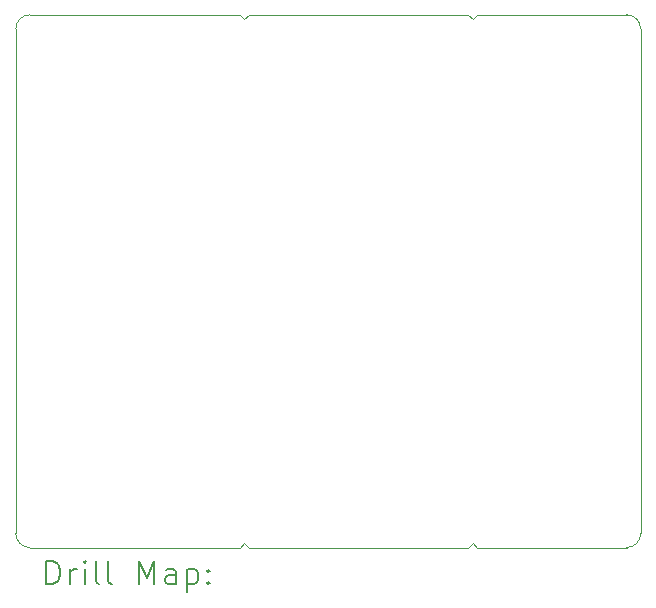
<source format=gbr>
%TF.GenerationSoftware,KiCad,Pcbnew,8.0.6*%
%TF.CreationDate,2024-11-07T15:03:02-05:00*%
%TF.ProjectId,SLI Interconnect PCB,534c4920-496e-4746-9572-636f6e6e6563,1.0*%
%TF.SameCoordinates,Original*%
%TF.FileFunction,Drillmap*%
%TF.FilePolarity,Positive*%
%FSLAX45Y45*%
G04 Gerber Fmt 4.5, Leading zero omitted, Abs format (unit mm)*
G04 Created by KiCad (PCBNEW 8.0.6) date 2024-11-07 15:03:02*
%MOMM*%
%LPD*%
G01*
G04 APERTURE LIST*
%ADD10C,0.020000*%
%ADD11C,0.200000*%
G04 APERTURE END LIST*
D10*
X17155000Y-12209000D02*
X17155000Y-7938000D01*
X15694000Y-7818000D02*
X13837000Y-7818000D01*
X11984000Y-7818000D02*
X13759000Y-7818000D01*
X13798000Y-7857000D02*
X13837000Y-7818000D01*
X15733000Y-7857000D02*
X15772000Y-7818000D01*
X13797997Y-12289975D02*
X13836997Y-12328975D01*
X15694000Y-12328975D02*
X13837000Y-12328975D01*
X15772000Y-7818000D02*
X17035000Y-7818000D01*
X11983972Y-12328972D02*
G75*
G02*
X11863991Y-12209000I-4J119976D01*
G01*
X15733000Y-7857000D02*
X15694000Y-7818000D01*
X17154997Y-12209004D02*
G75*
G02*
X17035026Y-12328975I-119970J-2D01*
G01*
X15732997Y-12289975D02*
X15771997Y-12328975D01*
X13798000Y-7857000D02*
X13759001Y-7818001D01*
X11864000Y-7937972D02*
G75*
G02*
X11983972Y-7818000I119970J2D01*
G01*
X17035028Y-7818000D02*
G75*
G02*
X17155000Y-7937972I2J-119970D01*
G01*
X15732997Y-12289975D02*
X15693997Y-12328975D01*
X11983997Y-12328975D02*
X13759000Y-12328975D01*
X11864000Y-12209000D02*
X11864000Y-7938000D01*
X15772000Y-12328975D02*
X17034997Y-12328975D01*
X13797997Y-12289975D02*
X13758997Y-12328975D01*
D11*
X12123777Y-12641459D02*
X12123777Y-12441459D01*
X12123777Y-12441459D02*
X12171396Y-12441459D01*
X12171396Y-12441459D02*
X12199967Y-12450983D01*
X12199967Y-12450983D02*
X12219015Y-12470030D01*
X12219015Y-12470030D02*
X12228539Y-12489078D01*
X12228539Y-12489078D02*
X12238062Y-12527173D01*
X12238062Y-12527173D02*
X12238062Y-12555745D01*
X12238062Y-12555745D02*
X12228539Y-12593840D01*
X12228539Y-12593840D02*
X12219015Y-12612888D01*
X12219015Y-12612888D02*
X12199967Y-12631935D01*
X12199967Y-12631935D02*
X12171396Y-12641459D01*
X12171396Y-12641459D02*
X12123777Y-12641459D01*
X12323777Y-12641459D02*
X12323777Y-12508126D01*
X12323777Y-12546221D02*
X12333301Y-12527173D01*
X12333301Y-12527173D02*
X12342824Y-12517649D01*
X12342824Y-12517649D02*
X12361872Y-12508126D01*
X12361872Y-12508126D02*
X12380920Y-12508126D01*
X12447586Y-12641459D02*
X12447586Y-12508126D01*
X12447586Y-12441459D02*
X12438062Y-12450983D01*
X12438062Y-12450983D02*
X12447586Y-12460507D01*
X12447586Y-12460507D02*
X12457110Y-12450983D01*
X12457110Y-12450983D02*
X12447586Y-12441459D01*
X12447586Y-12441459D02*
X12447586Y-12460507D01*
X12571396Y-12641459D02*
X12552348Y-12631935D01*
X12552348Y-12631935D02*
X12542824Y-12612888D01*
X12542824Y-12612888D02*
X12542824Y-12441459D01*
X12676158Y-12641459D02*
X12657110Y-12631935D01*
X12657110Y-12631935D02*
X12647586Y-12612888D01*
X12647586Y-12612888D02*
X12647586Y-12441459D01*
X12904729Y-12641459D02*
X12904729Y-12441459D01*
X12904729Y-12441459D02*
X12971396Y-12584316D01*
X12971396Y-12584316D02*
X13038062Y-12441459D01*
X13038062Y-12441459D02*
X13038062Y-12641459D01*
X13219015Y-12641459D02*
X13219015Y-12536697D01*
X13219015Y-12536697D02*
X13209491Y-12517649D01*
X13209491Y-12517649D02*
X13190443Y-12508126D01*
X13190443Y-12508126D02*
X13152348Y-12508126D01*
X13152348Y-12508126D02*
X13133301Y-12517649D01*
X13219015Y-12631935D02*
X13199967Y-12641459D01*
X13199967Y-12641459D02*
X13152348Y-12641459D01*
X13152348Y-12641459D02*
X13133301Y-12631935D01*
X13133301Y-12631935D02*
X13123777Y-12612888D01*
X13123777Y-12612888D02*
X13123777Y-12593840D01*
X13123777Y-12593840D02*
X13133301Y-12574792D01*
X13133301Y-12574792D02*
X13152348Y-12565269D01*
X13152348Y-12565269D02*
X13199967Y-12565269D01*
X13199967Y-12565269D02*
X13219015Y-12555745D01*
X13314253Y-12508126D02*
X13314253Y-12708126D01*
X13314253Y-12517649D02*
X13333301Y-12508126D01*
X13333301Y-12508126D02*
X13371396Y-12508126D01*
X13371396Y-12508126D02*
X13390443Y-12517649D01*
X13390443Y-12517649D02*
X13399967Y-12527173D01*
X13399967Y-12527173D02*
X13409491Y-12546221D01*
X13409491Y-12546221D02*
X13409491Y-12603364D01*
X13409491Y-12603364D02*
X13399967Y-12622411D01*
X13399967Y-12622411D02*
X13390443Y-12631935D01*
X13390443Y-12631935D02*
X13371396Y-12641459D01*
X13371396Y-12641459D02*
X13333301Y-12641459D01*
X13333301Y-12641459D02*
X13314253Y-12631935D01*
X13495205Y-12622411D02*
X13504729Y-12631935D01*
X13504729Y-12631935D02*
X13495205Y-12641459D01*
X13495205Y-12641459D02*
X13485682Y-12631935D01*
X13485682Y-12631935D02*
X13495205Y-12622411D01*
X13495205Y-12622411D02*
X13495205Y-12641459D01*
X13495205Y-12517649D02*
X13504729Y-12527173D01*
X13504729Y-12527173D02*
X13495205Y-12536697D01*
X13495205Y-12536697D02*
X13485682Y-12527173D01*
X13485682Y-12527173D02*
X13495205Y-12517649D01*
X13495205Y-12517649D02*
X13495205Y-12536697D01*
M02*

</source>
